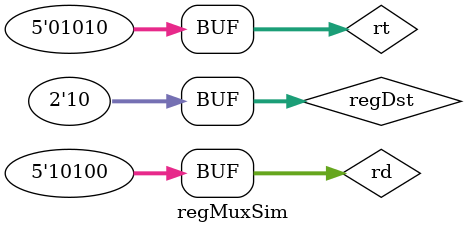
<source format=v>
`timescale 1 ns / 1 ps
`define cycleTime 10
module regMuxSim ();

reg [4:0] rt;
reg [4:0] rd;
reg [1:0] regDst;

wire [4:0] WAddr;

regMux rMux (rt,rd,regDst,WAddr);

initial begin
    rt <= 10; rd <= 20;
    regDst <= 2'b00; #10;
    regDst <= 2'b01; #10;
    regDst <= 2'b10; #10;
end

endmodule
</source>
